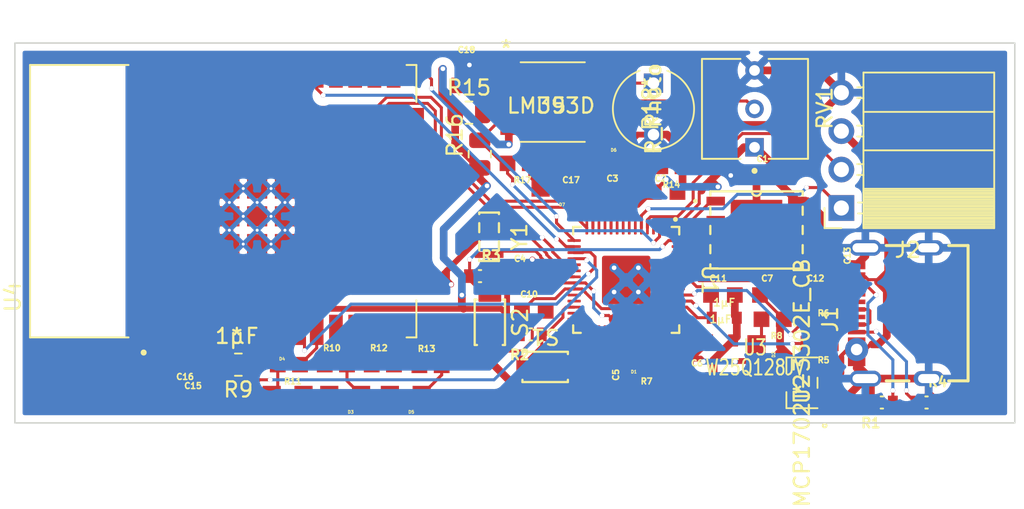
<source format=kicad_pcb>
(kicad_pcb (version 20211014) (generator pcbnew)
  (layers (0 "F.Cu" signal) (31 "B.Cu" signal) (34 "B.Paste" user) (35 "F.Paste" user) (36 "B.SilkS" user "B.Silkscreen") (37 "F.SilkS" user "F.Silkscreen") (38 "B.Mask" user) (39 "F.Mask" user) (44 "Edge.Cuts" user))
  (net 0 "")
  (net 1 "GND")
  (net 2 "+3V3")
  (net 3 "Net-(C10-Pad1)")
  (net 4 "/VBUS")
  (net 5 "/GPIO15")
  (net 6 "/Light_Sensing/AO")
  (net 7 "Net-(D1-Pad2)")
  (net 8 "Net-(D2-Pad2)")
  (net 9 "Net-(D3-Pad2)")
  (net 10 "Net-(D4-Pad2)")
  (net 11 "Net-(D5-Pad2)")
  (net 12 "Net-(D6-Pad1)")
  (net 13 "Net-(D7-Pad1)")
  (net 14 "Net-(J1-PadA5)")
  (net 15 "Net-(J1-PadA6)")
  (net 16 "Net-(J1-PadA7)")
  (net 18 "Net-(J1-PadB5)")
  (net 20 "/GPIO3")
  (net 21 "/GPIO2")
  (net 22 "/RUN")
  (net 23 "/BOOT")
  (net 24 "Net-(R5-Pad2)")
  (net 25 "Net-(R6-Pad2)")
  (net 26 "/GPIO25")
  (net 27 "+3.3V")
  (net 28 "/WiFi_Module/RED")
  (net 29 "/WiFi_Module/GREEN")
  (net 30 "/WiFi_Module/BLUE")
  (net 31 "/GPIO0")
  (net 32 "Net-(RV1-Pad2)")
  (net 33 "/GPIO1")
  (net 34 "/GPIO4")
  (net 35 "/GPIO5")
  (net 36 "/GPIO6")
  (net 37 "/GPIO7")
  (net 38 "/GPIO8")
  (net 39 "/GPIO9")
  (net 40 "/GPIO10")
  (net 41 "/GPIO11")
  (net 42 "/GPIO12")
  (net 43 "/GPIO13")
  (net 44 "/GPIO14")
  (net 45 "Net-(U1-Pad20)")
  (net 46 "Net-(U1-Pad21)")
  (net 47 "/SWCLK")
  (net 48 "/SWDIO")
  (net 49 "/GPIO16")
  (net 50 "/GPIO17")
  (net 51 "/GPIO18")
  (net 52 "/GPIO19")
  (net 53 "/GPIO20")
  (net 54 "/GPIO21")
  (net 55 "/GPIO22")
  (net 56 "/GPIO23")
  (net 57 "/GPIO24")
  (net 58 "/GPIO26")
  (net 59 "/GPIO27")
  (net 60 "/GPIO28")
  (net 61 "/GPIO29")
  (net 62 "Net-(U1-Pad51)")
  (net 63 "Net-(U1-Pad52)")
  (net 64 "Net-(U1-Pad53)")
  (net 65 "Net-(U1-Pad54)")
  (net 66 "Net-(U1-Pad55)")
  (footprint "Final_project:CL10B104JB8NNNC" (layer "F.Cu") (at 140.1 73.5)
    (fp_text reference "C1")
    (fp_text value "0.1µF")
  )
  (footprint "Final_project:CL10B104JB8NNNC" (layer "F.Cu") (at 130.216 74.6)
    (fp_text reference "C3")
    (fp_text value "0.1µF")
  )
  (footprint "Final_project:LM393D" (layer "F.Cu") (at 125.95 68.65)
    (fp_text reference "U5")
    (fp_text value "LM393D")
  )
  (footprint "Final_project:CL10B104JB8NNNC" (layer "F.Cu") (at 137.184 81.4)
    (fp_text reference "C11")
    (fp_text value "0.1µF")
  )
  (footprint "Final_project:CL10B104JB8NNNC" (layer "F.Cu") (at 124.7 82.45)
    (fp_text reference "C10")
    (fp_text value "0.1µF")
  )
  (footprint "Final_project:GRM188R61E106KA73D" (layer "F.Cu") (at 101.941 87.9)
    (fp_text reference "C16")
    (fp_text value "10µF")
  )
  (footprint "Final_project:MIC_WSON-8-M" (layer "F.Cu") (at 139.4 77.1)
    (fp_text reference "U3")
    (fp_text value "W25Q128JV")
  )
  (footprint "Final_project:TRIM_T73YU103KT20" (layer "F.Cu") (at 139 69.1 90)
    (fp_text reference "RV1")
    (fp_text value "LDR")
  )
  (footprint "Final_project:RC0603FR-071KL" (layer "F.Cu") (at 108.535 86 180)
    (fp_text reference "R11")
    (fp_text value "1K")
  )
  (footprint "Final_project:RC0603FR-071KL" (layer "F.Cu") (at 143.565 83 180)
    (fp_text reference "R6")
    (fp_text value "27Ω")
  )
  (footprint "Final_project:CL10B105KA8NNNC" (layer "F.Cu") (at 105.1 87.9)
    (fp_text reference "C14" hide)
    (fp_text value "1µF")
  )
  (footprint "Final_project:RC0603FR-071KL" (layer "F.Cu") (at 140.465 83 180)
    (fp_text reference "R8")
    (fp_text value "1K")
  )
  (footprint "Final_project:RC0603FR-071KL" (layer "F.Cu") (at 111.635 86)
    (fp_text reference "R10")
    (fp_text value "1K")
  )
  (footprint "Final_project:RES_ERJ3EKF5101V" (layer "F.Cu") (at 121.15 80.15)
    (fp_text reference "R3")
    (fp_text value "5.1K")
  )
  (footprint "Final_project:RC0603FR-071KL" (layer "F.Cu") (at 131.885 86 180)
    (fp_text reference "R7")
    (fp_text value "1K")
  )
  (footprint "Final_project:LTST-C170TGKT" (layer "F.Cu") (at 139.4 85.7 -90)
    (fp_text reference "D2")
    (fp_text value "PWR")
  )
  (footprint "Final_project:LTST-C170TGKT" (layer "F.Cu") (at 126.2 74.3 180)
    (fp_text reference "D7")
    (fp_text value "SWITCH")
  )
  (footprint "Final_project:CL10B104JB8NNNC" (layer "F.Cu") (at 124.1 80.1)
    (fp_text reference "C4")
    (fp_text value "0.1µF")
  )
  (footprint "Final_project:RC0603FR-071KL" (layer "F.Cu") (at 114.735 86)
    (fp_text reference "R12")
    (fp_text value "1K")
  )
  (footprint "Final_project:CSTNE" (layer "F.Cu") (at 121.75 77.55 90)
    (fp_text reference "Y1")
    (fp_text value "12MHz")
  )
  (footprint "Final_project:GRM188R61E106KA73D" (layer "F.Cu") (at 144.3 79.059 -90)
    (fp_text reference "C13")
    (fp_text value "10µF")
  )
  (footprint "Final_project:CL10B104JB8NNNC" (layer "F.Cu") (at 126.851 72.7 180)
    (fp_text reference "C17")
    (fp_text value "0.1µF")
  )
  (footprint "Final_project:USB4105-GF-A" (layer "F.Cu") (at 150.765 82.6 90)
    (fp_text reference "J1")
    (fp_text value "USB4105-GF-A")
  )
  (footprint "Final_project:CL10B105KA8NNNC" (layer "F.Cu") (at 137.0278 84.4)
    (fp_text reference "C8" hide)
    (fp_text value "1µF")
  )
  (footprint "Final_project:KXT321LHS" (layer "F.Cu") (at 121.8 83.2 90)
    (fp_text reference "S2")
    (fp_text value "BOOT")
  )
  (footprint "Final_project:RES_ERJ3EKF5101V" (layer "F.Cu") (at 150.625 88.5)
    (fp_text reference "R4")
    (fp_text value "5.1K")
  )
  (footprint "Final_project:KXT321LHS" (layer "F.Cu") (at 125.45 86.15 180)
    (fp_text reference "S1")
    (fp_text value "RST")
  )
  (footprint "Final_project:RES_ERJ3EKF5101V" (layer "F.Cu") (at 147.675 88.5 180)
    (fp_text reference "R1")
    (fp_text value "5.1K")
  )
  (footprint "Final_project:RC0603FR-071KL" (layer "F.Cu") (at 117.885 86.05)
    (fp_text reference "R13")
    (fp_text value "1K")
  )
  (footprint "Final_project:MODULE_ESP32-WROOM-32" (layer "F.Cu") (at 104.2 75.2 90)
    (fp_text reference "U4")
    (fp_text value "ESP32-WROOM-32")
  )
  (footprint "Final_project:LTST-C170TGKT" (layer "F.Cu") (at 130.335 72.95)
    (fp_text reference "D6")
    (fp_text value "PWR")
  )
  (footprint "Resistor_SMD:R_0805_2012Metric" (layer "F.Cu") (at 121.135 72.0875 90)
    (fp_text reference "R16")
    (fp_text value "10K")
  )
  (footprint "Resistor_SMD:R_0805_2012Metric" (layer "F.Cu") (at 105.2 86 180)
    (fp_text reference "R9")
    (fp_text value "10K R")
  )
  (footprint "Final_project:RC0603FR-071KL" (layer "F.Cu") (at 143.565 84.6 180)
    (fp_text reference "R5")
    (fp_text value "27Ω")
  )
  (footprint "Final_project:CL10B104JB8NNNC" (layer "F.Cu") (at 120.566 67.55)
    (fp_text reference "C18")
    (fp_text value "0.1µF")
  )
  (footprint "Final_project:GRM188R61E106KA73D" (layer "F.Cu") (at 143.559 81.4)
    (fp_text reference "C12")
    (fp_text value "10µF")
  )
  (footprint "Final_project:MCP1702T-3302E&slash_CB" (layer "F.Cu") (at 142.4 87.2 90)
    (fp_text reference "U2")
    (fp_text value "MCP1702T-3302E_CB")
  )
  (footprint "Final_project:RC0603FR-071KL" (layer "F.Cu") (at 123.7 72.7 180)
    (fp_text reference "R17")
    (fp_text value "1K")
  )
  (footprint "Final_project:CL10B104JB8NNNC" (layer "F.Cu") (at 101.9 86.3 180)
    (fp_text reference "C15")
    (fp_text value "0.1µF")
  )
  (footprint "Final_project:CL10B105KA8NNNC" (layer "F.Cu") (at 137.2722 82.9)
    (fp_text reference "C9" hide)
    (fp_text value "1µF")
  )
  (footprint "Final_project:CL10B104JB8NNNC" (layer "F.Cu") (at 135.784 87)
    (fp_text reference "C6")
    (fp_text value "0.1µF")
  )
  (footprint "Final_project:02-LDR4" (layer "F.Cu") (at 132.6 67.4 -90)
    (fp_text reference "R18")
    (fp_text value "R_Photo")
  )
  (footprint "Final_project:CL10B104JB8NNNC" (layer "F.Cu") (at 129.02 86.984 -90)
    (fp_text reference "C5")
    (fp_text value "0.1µF")
  )
  (footprint "Final_project:CL10B104JB8NNNC" (layer "F.Cu") (at 140.416 81.4)
    (fp_text reference "C7")
    (fp_text value "0.1µF")
  )
  (footprint "Final_project:LTST-C170TBKT" (layer "F.Cu") (at 108.45 88)
    (fp_text reference "D4")
    (fp_text value "LED")
  )
  (footprint "Connector_PinSocket_2.54mm:PinSocket_1x04_P2.54mm_Horizontal" (layer "F.Cu") (at 145 75.65 180)
    (fp_text reference "J2")
    (fp_text value "Conn_01x04")
  )
  (footprint "Final_project:LTST-C170TBKT" (layer "F.Cu") (at 112.25 88 180)
    (fp_text reference "D3")
    (fp_text value "LED")
  )
  (footprint "Resistor_SMD:R_0805_2012Metric" (layer "F.Cu") (at 120.4225 69.35)
    (fp_text reference "R15")
    (fp_text value "10K")
  )
  (footprint "Final_project:LTST-C170TBKT" (layer "F.Cu") (at 116.25 88 180)
    (fp_text reference "D5")
    (fp_text value "LED")
  )
  (footprint "Final_project:RC0603FR-071KL" (layer "F.Cu") (at 133.785 72.9)
    (fp_text reference "R14")
    (fp_text value "1K")
  )
  (footprint "Final_project:RES_ERJ3EKF5101V" (layer "F.Cu") (at 124.5 84 180)
    (fp_text reference "R2")
    (fp_text value "5.1K")
  )
  (footprint "Final_project:CL10B104JB8NNNC" (layer "F.Cu") (at 133.4 74.6)
    (fp_text reference "C2")
    (fp_text value "0.1µF")
  )
  (footprint "Final_project:LTST-C170TBKT" (layer "F.Cu") (at 131.67 87.6)
    (fp_text reference "D1")
    (fp_text value "LED")
  )
  (footprint "Final_project:RP2040" (layer "F.Cu") (at 130.8 80.4 -90)
    (fp_text reference "U1")
    (fp_text value "RP2040")
  )
  (gr_poly (pts (xy 156.45 89.85) (xy 90.45 89.85) (xy 90.45 64.75) (xy 156.45 64.75)) (layer "Edge.Cuts") (width 0.1) (fill none))
  (segment (start 101.116 86.3) (end 100.452 86.3) (width 0.508) (layer "F.Cu") (net 1))
  (segment (start 139.4 73.584) (end 139.316 73.5) (width 0.508) (layer "F.Cu") (net 1))
  (segment (start 131.666 88.654) (end 132.72 87.6) (width 0.508) (layer "F.Cu") (net 1))
  (segment (start 121.8 85.759835) (end 121.8 84.825) (width 0.508) (layer "F.Cu") (net 1))
  (segment (start 98.94 66.7) (end 98.94 68.7) (width 0.508) (layer "F.Cu") (net 1))
  (segment (start 137.968 82.768) (end 138.1 82.9) (width 0.508) (layer "F.Cu") (net 1))
  (segment (start 137.495 79.005) (end 136.7076 79.005) (width 0.508) (layer "F.Cu") (net 1))
  (segment (start 146.585 78.28) (end 146.585 78.825) (width 0.508) (layer "F.Cu") (net 1))
  (segment (start 134.52 72.9) (end 134.52 74.264) (width 0.508) (layer "F.Cu") (net 1))
  (segment (start 136.668 86.9) (end 136.568 87) (width 0.508) (layer "F.Cu") (net 1))
  (segment (start 127.3625 79.4) (end 126.8 79.4) (width 0.2) (layer "F.Cu") (net 1))
  (segment (start 123.394165 87.354) (end 121.8 85.759835) (width 0.508) (layer "F.Cu") (net 1))
  (segment (start 108.446 89.054) (end 109.5 88) (width 0.508) (layer "F.Cu") (net 1))
  (segment (start 134.52 74.264) (end 134.184 74.6) (width 0.508) (layer "F.Cu") (net 1))
  (segment (start 130.07865 71.9595) (end 128.67415 70.555) (width 0.381) (layer "F.Cu") (net 1))
  (segment (start 125.9 86.15) (end 124.696 87.354) (width 0.508) (layer "F.Cu") (net 1))
  (segment (start 136.568 87) (end 136.568 85.6876) (width 0.508) (layer "F.Cu") (net 1))
  (segment (start 116.45 80.915) (end 117.831 80.915) (width 0.381) (layer "F.Cu") (net 1))
  (segment (start 150.765 86.92) (end 150.765 87.915) (width 0.508) (layer "F.Cu") (net 1))
  (segment (start 137.257 70.163) (end 142.867 70.163) (width 0.508) (layer "F.Cu") (net 1))
  (segment (start 98.94 68.7) (end 104.605 74.365) (width 0.508) (layer "F.Cu") (net 1))
  (segment (start 144.056261 79.9) (end 142.8 81.156261) (width 0.508) (layer "F.Cu") (net 1))
  (segment (start 102.136 88.864) (end 100.228 88.864) (width 0.508) (layer "F.Cu") (net 1))
  (segment (start 118.973 79.773) (end 121.196 77.55) (width 0.381) (layer "F.Cu") (net 1))
  (segment (start 104.605 76.2) (end 104.605 77.1175) (width 0.508) (layer "F.Cu") (net 1))
  (segment (start 125.95 78.55) (end 125.95 78.3) (width 0.2) (layer "F.Cu") (net 1))
  (segment (start 102.7 87.9) (end 102.7 88.3) (width 0.508) (layer "F.Cu") (net 1))
  (segment (start 143.5952 88.150001) (end 145.354999 88.150001) (width 0.508) (layer "F.Cu") (net 1))
  (segment (start 124.6 84.45) (end 124.6 83.334) (width 0.2) (layer "F.Cu") (net 1))
  (segment (start 129.02 87.768) (end 128.693 87.768) (width 0.508) (layer "F.Cu") (net 1))
  (segment (start 144.3 79.9) (end 144.056261 79.9) (width 0.508) (layer "F.Cu") (net 1))
  (segment (start 135.974 87.964) (end 136.568 87.37) (width 0.508) (layer "F.Cu") (net 1))
  (segment (start 121.196 77.55) (end 121.75 77.55) (width 0.381) (layer "F.Cu") (net 1))
  (segment (start 108.275 74.365) (end 108.275 75.2825) (width 0.508) (layer "F.Cu") (net 1))
  (segment (start 142.8 81.156261) (end 142.8 81.4) (width 0.508) (layer "F.Cu") (net 1))
  (segment (start 139.316 73.5) (end 137.7 73.5) (width 0.508) (layer "F.Cu") (net 1))
  (segment (start 100.228 87.188) (end 101.116 86.3) (width 0.508) (layer "F.Cu") (net 1))
  (segment (start 146.585 86.92) (end 150.765 86.92) (width 0.508) (layer "F.Cu") (net 1))
  (segment (start 139.4 77.1) (end 139.4 73.584) (width 0.508) (layer "F.Cu") (net 1))
  (segment (start 142.8 81.4) (end 141.2 81.4) (width 0.508) (layer "F.Cu") (net 1))
  (segment (start 104.605 77.1175) (end 104.605 78.035) (width 0.508) (layer "F.Cu") (net 1))
  (segment (start 144.3 79.818) (end 144.3 79.9) (width 0.508) (layer "F.Cu") (net 1))
  (segment (start 130.3945 71.9595) (end 130.07865 71.9595) (width 0.381) (layer "F.Cu") (net 1))
  (segment (start 125.95 78.3) (end 125.25 77.6) (width 0.2) (layer "F.Cu") (net 1))
  (segment (start 117.831 80.915) (end 118.973 79.773) (width 0.381) (layer "F.Cu") (net 1))
  (segment (start 104.2722 87.9) (end 105.4262 89.054) (width 0.508) (layer "F.Cu") (net 1))
  (segment (start 111.2 88) (end 112.254 89.054) (width 0.508) (layer "F.Cu") (net 1))
  (segment (start 129.02 88.108) (end 129.566 88.654) (width 0.508) (layer "F.Cu") (net 1))
  (segment (start 132.6 70.800001) (end 133.498025 70.800001) (width 0.508) (layer "F.Cu") (net 1))
  (segment (start 103.517 78.035) (end 104.605 78.035) (width 0.508) (layer "F.Cu") (net 1))
  (segment (start 139.4 77.1) (end 137.495 79.005) (width 0.508) (layer "F.Cu") (net 1))
  (segment (start 112.254 89.054) (end 114.146 89.054) (width 0.508) (layer "F.Cu") (net 1))
  (segment (start 145.354999 88.150001) (end 146.585 86.92) (width 0.508) (layer "F.Cu") (net 1))
  (segment (start 146.585 78.825) (end 146.01 79.4) (width 0.508) (layer "F.Cu") (net 1))
  (segment (start 136.568 87.37) (end 136.568 87) (width 0.508) (layer "F.Cu") (net 1))
  (segment (start 108.275 77.1175) (end 108.275 76.2) (width 0.508) (layer "F.Cu") (net 1))
  (segment (start 119.782 66.868) (end 120.45 66.2) (width 0.508) (layer "F.Cu") (net 1))
  (segment (start 128.67415 70.555) (end 127.635 71.59415) (width 0.508) (layer "F.Cu") (net 1))
  (segment (start 104.605 74.365) (end 104.605 76.2) (width 0.508) (layer "F.Cu") (net 1))
  (segment (start 150.765 87.915) (end 151.35 88.5) (width 0.508) (layer "F.Cu") (net 1))
  (segment (start 146.585 86.585) (end 146.216 86.216) (width 0.508) (layer "F.Cu") (net 1))
  (segment (start 118.973 79.773) (end 118.973 80.423) (width 0.381) (layer "F.Cu") (net 1))
  (segment (start 106.44 78.035) (end 108.275 78.035) (width 0.508) (layer "F.Cu") (net 1))
  (segment (start 140.050001 88.150001) (end 143.5952 88.150001) (width 0.508) (layer "F.Cu") (net 1))
  (segment (start 138.1 82.9) (end 138.1 84.1556) (width 0.508) (layer "F.Cu") (net 1))
  (segment (start 142.867 70.163) (end 145 68.03) (width 0.508) (layer "F.Cu") (net 1))
  (segment (start 119.782 67.55) (end 119.782 66.868) (width 0.508) (layer "F.Cu") (net 1))
  (segment (start 102.7 88.3) (end 102.136 88.864) (width 0.508) (layer "F.Cu") (net 1))
  (segment (start 128.693 87.768) (end 127.075 86.15) (width 0.508) (layer "F.Cu") (net 1))
  (segment (start 130.3945 73.9945) (end 130.3945 71.9595) (width 0.381) (layer "F.Cu") (net 1))
  (segment (start 124.6 83.334) (end 125.484 82.45) (width 0.2) (layer "F.Cu") (net 1))
  (segment (start 139.4 87.5) (end 140.050001 88.150001) (width 0.508) (layer "F.Cu") (net 1))
  (segment (start 139.4 86.75) (end 139.4 87.5) (width 0.508) (layer "F.Cu") (net 1))
  (segment (start 130.3945 71.9595) (end 131.553999 70.800001) (width 0.381) (layer "F.Cu") (net 1))
  (segment (start 146.585 86.92) (end 146.585 86.585) (width 0.508) (layer "F.Cu") (net 1))
  (segment (start 146.95 87.285) (end 146.585 86.92) (width 0.508) (layer "F.Cu") (net 1))
  (segment (start 98.94 83.7) (end 98.94 82.612) (width 0.508) (layer "F.Cu") (net 1))
  (segment (start 137.968 81.4) (end 137.968 82.768) (width 0.508) (layer "F.Cu") (net 1))
  (segment (start 143.53 66.56) (end 145 68.03) (width 0.508) (layer "F.Cu") (net 1))
  (segment (start 146.95 88.5) (end 146.95 87.285) (width 0.508) (layer "F.Cu") (net 1))
  (segment (start 121.8 84.825) (end 122.075 85.1) (width 0.2) (layer "F.Cu") (net 1))
  (segment (start 134.52 71.821976) (end 134.52 72.9) (width 0.508) (layer "F.Cu") (net 1))
  (segment (start 139.25 86.9) (end 136.668 86.9) (width 0.508) (layer "F.Cu") (net 1))
  (segment (start 139.4 86.75) (end 139.25 86.9) (width 0.508) (layer "F.Cu") (net 1))
  (segment (start 124.6 79.05) (end 124.884 79.334) (width 0.381) (layer "F.Cu") (net 1))
  (segment (start 124.884 79.334) (end 124.884 80.1) (width 0.381) (layer "F.Cu") (net 1))
  (segment (start 104.2722 87.9) (end 102.7 87.9) (width 0.508) (layer "F.Cu") (net 1))
  (segment (start 129.566 88.654) (end 131.666 88.654) (width 0.508) (layer "F.Cu") (net 1))
  (segment (start 133.498025 70.800001) (end 134.52 71.821976) (width 0.508) (layer "F.Cu") (net 1))
  (segment (start 100.228 88.864) (end 100.228 87.188) (width 0.508) (layer "F.Cu") (net 1))
  (segment (start 132.72 87.6) (end 133.084 87.964) (width 0.508) (layer "F.Cu") (net 1))
  (segment (start 122.075 85.1) (end 123.95 85.1) (width 0.2) (layer "F.Cu") (net 1))
  (segment (start 98.94 82.612) (end 103.517 78.035) (width 0.508) (layer "F.Cu") (net 1))
  (segment (start 129.02 87.768) (end 129.02 88.108) (width 0.508) (layer "F.Cu") (net 1))
  (segment (start 106.44 76.2) (end 105.5225 76.2) (width 0.508) (layer "F.Cu") (net 1))
  (segment (start 131 74.6) (end 130.3945 73.9945) (width 0.381) (layer "F.Cu") (net 1))
  (segment (start 118.973 80.423) (end 119.25 80.7) (width 0.381) (layer "F.Cu") (net 1))
  (segment (start 144.718 79.4) (end 144.3 79.818) (width 0.508) (layer "F.Cu") (net 1))
  (segment (start 127.635 71.59415) (end 127.635 72.7) (width 0.508) (layer "F.Cu") (net 1))
  (segment (start 146.01 79.4) (end 144.718 79.4) (width 0.508) (layer "F.Cu") (net 1))
  (segment (start 146.216 86.216) (end 146.01 86.216) (width 0.508) (layer "F.Cu") (net 1))
  (segment (start 98.94 84.788) (end 98.94 83.7) (width 0.508) (layer "F.Cu") (net 1))
  (segment (start 131.553999 70.800001) (end 132.6 70.800001) (width 0.381) (layer "F.Cu") (net 1))
  (segment (start 136.568 85.6876) (end 137.8556 84.4) (width 0.508) (layer "F.Cu") (net 1))
  (segment (start 133.084 87.964) (end 135.974 87.964) (width 0.508) (layer "F.Cu") (net 1))
  (segment (start 123.95 85.1) (end 124.6 84.45) (width 0.2) (layer "F.Cu") (net 1))
  (segment (start 109.5 88) (end 111.2 88) (width 0.508) (layer "F.Cu") (net 1))
  (segment (start 134.52 72.9) (end 137.257 70.163) (width 0.508) (layer "F.Cu") (net 1))
  (segment (start 139.27 66.56) (end 143.53 66.56) (width 0.508) (layer "F.Cu") (net 1))
  (segment (start 114.146 89.054) (end 115.2 88) (width 0.508) (layer "F.Cu") (net 1))
  (segment (start 100.452 86.3) (end 98.94 84.788) (width 0.508) (layer "F.Cu") (net 1))
  (segment (start 124.696 87.354) (end 123.394165 87.354) (width 0.508) (layer "F.Cu") (net 1))
  (segment (start 138.1 84.1556) (end 137.8556 84.4) (width 0.508) (layer "F.Cu") (net 1))
  (segment (start 127.075 86.15) (end 125.9 86.15) (width 0.508) (layer "F.Cu") (net 1))
  (segment (start 105.4262 89.054) (end 108.446 89.054) (width 0.508) (layer "F.Cu") (net 1))
  (segment (start 126.8 79.4) (end 125.95 78.55) (width 0.2) (layer "F.Cu") (net 1))
  (segment (start 105.5225 74.365) (end 104.605 74.365) (width 0.508) (layer "F.Cu") (net 1))
  (via (at 137.7 73.5) (size 0.3048) (drill 0.4) (layers "F.Cu" "B.Cu") (net 1))
  (via (at 120.45 66.2) (size 0.3048) (drill 0.4) (layers "F.Cu" "B.Cu") (net 1))
  (via (at 119.25 80.7) (size 0.3048) (drill 0.4) (layers "F.Cu" "B.Cu") (net 1))
  (via (at 125.25 77.6) (size 0.3048) (drill 0.4) (layers "F.Cu" "B.Cu") (net 1))
  (via (at 124.6 79.05) (size 0.3048) (drill 0.4) (layers "F.Cu" "B.Cu") (net 1))
  (segment (start 140.9559 84.802633) (end 140.9559 83.2441) (width 0.508) (layer "F.Cu") (net 2))
  (segment (start 141 84.8) (end 141 85.031) (width 0.381) (layer "F.Cu") (net 2))
  (segment (start 121.135 73) (end 119.51 71.375) (width 0.508) (layer "F.Cu") (net 2))
  (segment (start 123.266 80.15) (end 121.875 80.15) (width 0.508) (layer "F.Cu") (net 2))
  (segment (start 135.7 85.6) (end 135 85.6) (width 0.381) (layer "F.Cu") (net 2))
  (segment (start 141 85.031) (end 140.2715 85.7595) (width 0.381) (layer "F.Cu") (net 2))
  (segment (start 139.34 71.64) (end 139.27 71.64) (width 0.508) (layer "F.Cu") (net 2))
  (segment (start 132.616 74.593896) (end 133.447994 73.761902) (width 0.254) (layer "F.Cu") (net 2))
  (segment (start 123.775 84) (end 123.5 84) (width 0.381) (layer "F.Cu") (net 2))
  (segment (start 135.9 85.8) (end 135.7 85.6) (width 0.381) (layer "F.Cu") (net 2))
  (segment (start 129.953622 76.1) (end 129.8 76.1) (width 0.508) (layer "F.Cu") (net 2))
  (segment (start 101.182 87.9) (end 101.182 87.8185) (width 0.381) (layer "F.Cu") (net 2))
  (segment (start 134.017186 76.9625) (end 135.62 75.359686) (width 0.2) (layer "F.Cu") (net 2))
  (segment (start 127.3625 80.6) (end 126.4 80.6) (width 0.2) (layer "F.Cu") (net 2))
  (segment (start 118.654 66.496) (end 118.7 66.45) (width 0.508) (layer "F.Cu") (net 2))
  (segment (start 122.5535 82.3095) (end 120.0595 82.3095) (width 0.381) (layer "F.Cu") (net 2))
  (segment (start 126.067 72.7) (end 126.067 72.644) (width 0.508) (layer "F.Cu") (net 2))
  (segment (start 140.884 73.184) (end 139.34 71.64) (width 0.508) (layer "F.Cu") (net 2))
  (segment (start 128.108546 80.6) (end 128.654273 81.145727) (width 0.2) (layer "F.Cu") (net 2))
  (segment (start 127.55 74.6) (end 129.432 74.6) (width 0.508) (layer "F.Cu") (net 2))
  (segment (start 101.182 87.8185) (end 102.684 86.3165) (width 0.381) (layer "F.Cu") (net 2))
  (segment (start 126.067 72.644) (end 123.978 70.555) (width 0.508) (layer "F.Cu") (net 2))
  (segment (start 134.0625 83.5375) (end 133.7625 83.8375) (width 0.508) (layer "F.Cu") (net 2))
  (segment (start 100.21 83.7) (end 100.21 84.51) (width 0.381) (layer "F.Cu") (net 2))
  (segment (start 123.316 80.1) (end 123.316 80.416) (width 0.381) (layer "F.Cu") (net 2))
  (segment (start 129.432 73.097) (end 129.285 72.95) (width 0.508) (layer "F.Cu") (net 2))
  (segment (start 136.374368 73.824368) (end 135.774 74.424737) (width 0.508) (layer "F.Cu") (net 2))
  (segment (start 140.884 73.9866) (end 142.0924 75.195) (width 0.508) (layer "F.Cu") (net 2))
  (segment (start 123.978 70.555) (end 123.22585 70.555) (width 0.508) (layer "F.Cu") (net 2))
  (segment (start 123.5 84) (end 122.9405 83.4405) (width 0.381) (layer "F.Cu") (net 2))
  (segment (start 135.65 84.95) (end 135 85.6) (width 0.508) (layer "F.Cu") (net 2))
  (segment (start 143.61 76.0649) (end 142.7401 75.195) (width 0.508) (layer "F.Cu") (net 2))
  (segment (start 135.65 84.95) (end 134.2375 83.5375) (width 0.508) (layer "F.Cu") (net 2))
  (segment (start 134.0625 83.5375) (end 133.346 82.821) (width 0.508) (layer "F.Cu") (net 2))
  (segment (start 129.8 85.42) (end 129.8 83.8375) (width 0.2032) (layer "F.Cu") (net 2))
  (segment (start 136.8 74.25) (end 136.85 74.25) (width 0.508) (layer "F.Cu") (net 2))
  (segment (start 122.9405 82.6965) (end 122.5535 82.3095) (width 0.381) (layer "F.Cu") (net 2))
  (segment (start 135 85.6) (end 135 87) (width 0.508) (layer "F.Cu") (net 2))
  (segment (start 130.276811 75.776811) (end 129.953622 76.1) (width 0.508) (layer "F.Cu") (net 2))
  (segment (start 101.806328 85.4) (end 102.684 86.277672) (width 0.381) (layer "F.Cu") (net 2))
  (segment (start 129.8 76.9625) (end 129.8 76.1) (width 0.2) (layer "F.Cu") (net 2))
  (segment (start 134.2375 83.5375) (end 134.0625 83.5375) (width 0.508) (layer "F.Cu") (net 2))
  (segment (start 122.9405 82.6965) (end 122.9405 80.4755) (width 0.381) (layer "F.Cu") (net 2))
  (segment (start 133.4 76.9625) (end 134.017186 76.9625) (width 0.2) (layer "F.Cu") (net 2))
  (segment (start 122.9405 83.4405) (end 122.9405 82.6965) (width 0.381) (layer "F.Cu") (net 2))
  (segment (start 127.3625 80.6) (end 128.108546 80.6) (width 0.2) (layer "F.Cu") (net 2))
  (segment (start 122.9405 80.4755) (end 123.316 80.1) (width 0.381) (layer "F.Cu") (net 2))
  (segment (start 129.432 74.6) (end 129.432 73.097) (width 0.508) (layer "F.Cu") (net 2))
  (segment (start 131.597 75.5) (end 130 75.5) (width 0.254) (layer "F.Cu") (net 2))
  (segment (start 133.346 81.148307) (end 133.694307 80.8) (width 0.508) (layer "F.Cu") (net 2))
  (segment (start 135.62 75.359686) (end 135.62 74.654) (width 0.2) (layer "F.Cu") (net 2))
  (segment (start 142.0924 75.195) (end 142.351685 75.195) (width 0.2) (layer "F.Cu") (net 2))
  (segment (start 143.61 77.61) (end 143.61 76.0649) (width 0.508) (layer "F.Cu") (net 2))
  (segment (start 101.1 85.4) (end 101.806328 85.4) (width 0.381) (layer "F.Cu") (net 2))
  (segment (start 126.4 80.6) (end 126.3 80.7) (width 0.2) (layer "F.Cu") (net 2))
  (segment (start 139.27 71.64) (end 138.558737 71.64) (width 0.508) (layer "F.Cu") (net 2))
  (segment (start 132.497 74.6) (end 131.597 75.5) (width 0.254) (layer "F.Cu") (net 2))
  (segment (start 123.05 70.73085) (end 123.22585 70.555) (width 0.508) (layer "F.Cu") (net 2))
  (segment (start 126.067 72.7) (end 126.067 73.117) (width 0.508) (layer "F.Cu") (net 2))
  (segment (start 123.316 80.416) (end 124.0495 81.1495) (width 0.381) (layer "F.Cu") (net 2))
  (segment (start 140.884 73.5) (end 140.884 73.184) (width 0.508) (layer "F.Cu") (net 2))
  (segment (start 136.2 84.4) (end 135.65 84.95) (width 0.508) (layer "F.Cu") (net 2))
  (segment (start 135.774 74.424737) (end 135.774 74.5) (width 0.508) (layer "F.Cu") (net 2))
  (segment (start 140.884 73.5) (end 140.884 73.9866) (width 0.508) (layer "F.Cu") (net 2))
  (segment (start 119.95 82.2) (end 120.0595 82.3095) (width 0.508) (layer "F.Cu") (net 2))
  (segment (start 119.51 69.35) (end 119.51 69.145841) (width 0.508) (layer "F.Cu") (net 2))
  (segment (start 140.2715 85.7595) (end 138.0405 85.7595) (width 0.381) (layer "F.Cu") (net 2))
  (segment (start 129.432 74.932) (end 129.432 74.6) (width 0.508) (layer "F.Cu") (net 2))
  (segment (start 123.316 80.1) (end 123.266 80.15) (width 0.508) (layer "F.Cu") (net 2))
  (segment (start 129.8 74.968) (end 129.432 74.6) (width 0.2032) (layer "F.Cu") (net 2))
  (segment (start 129.6519 82.7519) (end 129.9 83) (width 0.2) (layer "F.Cu") (net 2))
  (segment (start 144.3 78.3) (end 143.61 77.61) (width 0.508) (layer "F.Cu") (net 2))
  (segment (start 130 75.5) (end 129.432 74.932) (width 0.508) (layer "F.Cu") (net 2))
  (segment (start 129.8 83.1) (end 129.9 83) (width 0.2032) (layer "F.Cu") (net 2))
  (segment (start 133.346 82.821) (end 133.267 82.9) (width 0.508) (layer "F.Cu") (net 2))
  (segment (start 142.7401 75.195) (end 142.0924 75.195) (width 0.508) (layer "F.Cu") (net 2))
  (segment (start 100.21 84.51) (end 101.1 85.4) (width 0.381) (layer "F.Cu") (net 2))
  (segment (start 130 82.9) (end 129.9 83) (width 0.508) (layer "F.Cu") (net 2))
  (segment (start 138.558737 71.64) (end 136.374368 73.824368) (width 0.508) (layer "F.Cu") (net 2))
  (segment (start 127.25 74.3) (end 127.55 74.6) (width 0.508) (layer "F.Cu") (net 2))
  (segment (start 119.51 71.375) (end 119.51 69.35) (width 0.508) (layer "F.Cu") (net 2))
  (segment (start 139.632 81.432) (end 139.632 81.4) (width 0.2032) (layer "F.Cu") (net 2))
  (segment (start 118.654 68.289841) (end 118.654 66.496) (width 0.508) (layer "F.Cu") (net 2))
  (segment (start 100.6395 82.3095) (end 100.21 82.739) (width 0.381) (layer "F.Cu") (net 2))
  (segment (start 126.067 73.117) (end 127.25 74.3) (width 0.508) (layer "F.Cu") (net 2))
  (segment (start 132.616 74.6) (end 132.616 74.593896) (width 0.254) (layer "F.Cu") (net 2))
  (segment (start 136.374368 73.824368) (end 136.8 74.25) (width 0.508) (layer "F.Cu") (net 2))
  (segment (start 133.346 82.821) (end 133.346 81.148307) (width 0.508) (layer "F.Cu") (net 2))
  (segment (start 102.684 86.277672) (end 102.684 86.3) (width 0.381) (layer "F.Cu") (net 2))
  (segment (start 124.0495 81.1495) (end 125.8505 81.1495) (width 0.381) (layer "F.Cu") (net 2))
  (segment (start 138.0405 85.7595) (end 138 85.8) (width 0.381) (layer "F.Cu") (net 2))
  (segment (start 119.95 81.4) (end 119.95 82.2) (width 0.508) (layer "F.Cu") (net 2))
  (segment (start 133.694307 80.8) (end 134.4 80.8) (width 0.508) (layer "F.Cu") (net 2))
  (segment (start 102.684 86.3165) (end 102.684 86.3) (width 0.381) (layer "F.Cu") (net 2))
  (segment (start 133.267 82.9) (end 130 82.9) (width 0.508) (layer "F.Cu") (net 2))
  (segment (start 129.203862 82.7519) (end 129.6519 82.7519) (width 0.2) (layer "F.Cu") (net 2))
  (segment (start 129.8 83.8375) (end 129.8 83.1) (width 0.2032) (layer "F.Cu") (net 2))
  (segment (start 125.8505 81.1495) (end 126.3 80.7) (width 0.381) (layer "F.Cu") (net 2))
  (segment (start 141.2 83) (end 139.632 81.432) (width 0.2032) (layer "F.Cu") (net 2))
  (segment (start 121.135 73) (end 121.135 73.706843) (width 0.508) (layer "F.Cu") (net 2))
  (segment (start 140.9559 83.2441) (end 141.2 83) (width 0.508) (layer "F.Cu") (net 2))
  (segment (start 134.2375 83.5375) (end 134.2375 82.754) (width 0.508) (layer "F.Cu") (net 2))
  (segment (start 143.5952 86.249999) (end 142.403266 86.249999) (width 0.508) (layer "F.Cu") (net 2))
  (segment (start 123.05 71.45) (end 123.05 70.73085) (width 0.508) (layer "F.Cu") (net 2))
  (segment (start 132.616 74.6) (end 132.497 74.6) (width 0.254) (layer "F.Cu") (net 2))
  (segment (start 119.51 69.145841) (end 118.654 68.289841) (width 0.508) (layer "F.Cu") (net 2))
  (segment (start 142.403266 86.249999) (end 140.9559 84.802633) (width 0.508) (layer "F.Cu") (net 2))
  (segment (start 130.276811 75.776811) (end 130 75.5) (width 0.508) (layer "F.Cu") (net 2))
  (segment (start 129.02 86.2) (end 129.8 85.42) (width 0.2032) (layer "F.Cu") (net 2))
  (segment (start 100.21 82.739) (end 100.21 83.7) (width 0.381) (layer "F.Cu") (net 2))
  (segment (start 120.0595 82.3095) (end 100.6395 82.3095) (width 0.381) (layer "F.Cu") (net 2))
  (segment (start 121.135 73.706843) (end 121.614079 74.185922) (width 0.508) (layer "F.Cu") (net 2))
  (segment (start 133.7625 83.8375) (end 133.544 83.8375) (width 0.508) (layer "F.Cu") (net 2))
  (segment (start 135.62 74.654) (end 135.774 74.5) (width 0.2) (layer "F.Cu") (net 2))
  (via (at 128.654273 81.145727) (size 0.3048) (drill 0.4) (layers "F.Cu" "B.Cu") (net 2))
  (via (at 118.7 66.45) (size 0.3048) (drill 0.4) (layers "F.Cu" "B.Cu") (net 2))
  (via (at 138 85.8) (size 0.3048) (drill 0.4) (layers "F.Cu" "B.Cu") (net 2))
  (via (at 121.614079 74.185922) (size 0.3048) (drill 0.4) (layers "F.Cu" "B.Cu") (net 2))
  (via (at 119.95 81.4) (size 0.3048) (drill 0.4) (layers "F.Cu" "B.Cu") (net 2))
  (via (at 136.85 74.25) (size 0.3048) (drill 0.4) (layers "F.Cu" "B.Cu") (net 2))
  (via (at 135.9 85.8) (size 0.3048) (drill 0.4) (layers "F.Cu" "B.Cu") (net 2))
  (via (at 129.203862 82.7519) (size 0.3048) (drill 0.4) (layers "F.Cu" "B.Cu") (net 2))
  (via (at 133.447994 73.761902) (size 0.3048) (drill 0.4) (layers "F.Cu" "B.Cu") (net 2))
  (via (at 123.05 71.45) (size 0.3048) (drill 0.4) (layers "F.Cu" "B.Cu") (net 2))
  (segment (start 121.614079 74.185922) (end 118.752196 77.047805) (width 0.508) (layer "B.Cu") (net 2))
  (segment (start 129 82.6) (end 129.1519 82.7519) (width 0.2) (layer "B.Cu") (net 2))
  (segment (start 118.7 66.45) (end 118.7 67.816526) (width 0.508) (layer "B.Cu") (net 2))
  (segment (start 133.936092 74.25) (end 133.447994 73.761902) (width 0.508) (layer "B.Cu") (net 2))
  (segment (start 119.954 81.396) (end 119.95 81.4) (width 0.508) (layer "B.Cu") (net 2))
  (segment (start 118.7 67.816526) (end 121.916737 71.033263) (width 0.508) (layer "B.Cu") (net 2))
  (segment (start 118.752196 77.047805) (end 118.752196 78.952196) (width 0.508) (layer "B.Cu") (net 2))
  (segment (start 119.954 80.154) (end 119.954 81.396) (width 0.508) (layer "B.Cu") (net 2))
  (segment (start 129.1519 82.7519) (end 129.203862 82.7519) (width 0.2) (layer "B.Cu") (net 2))
  (segment (start 121.916737 71.033263) (end 122.333474 71.45) (width 0.508) (layer "B.Cu") (net 2))
  (segment (start 118.752196 78.952196) (end 119.954 80.154) (width 0.508) (layer "B.Cu") (net 2))
  (segment (start 122.333474 71.45) (end 123.05 71.45) (width 0.508) (layer "B.Cu") (net 2))
  (segment (start 128.654273 81.145727) (end 128.654273 82.254273) (width 0.2) (layer "B.Cu") (net 2))
  (segment (start 138 85.8) (end 135.9 85.8) (width 0.381) (layer "B.Cu") (net 2))
  (segment (start 136.85 74.25) (end 133.936092 74.25) (width 0.508) (layer "B.Cu") (net 2))
  (segment (start 128.654273 82.254273) (end 129 82.6) (width 0.2) (layer "B.Cu") (net 2))
  (segment (start 132.792 81.954) (end 132.446 82.3) (width 0.2) (layer "F.Cu") (net 3))
  (segment (start 132.446 82.3) (end 129.169462 82.3) (width 0.2) (layer "F.Cu") (net 3))
  (segment (start 135.5 82.9) (end 136.4444 82.9) (width 0.2) (layer "F.Cu") (net 3))
  (segment (start 133.510833 80.2) (end 132.792 80.918833) (width 0.2) (layer "F.Cu") (net 3))
  (segment (start 134.4 80.2) (end 133.510833 80.2) (width 0.2) (layer "F.Cu") (net 3))
  (segment (start 134.4 80.2) (end 134.802943 80.2) (width 0.2) (layer "F.Cu") (net 3))
  (segment (start 129.169462 82.3) (end 128.1 81.230538) (width 0.2) (layer "F.Cu") (net 3))
  (segment (start 134.2375 82.2) (end 134.8 82.2) (width 0.2) (layer "F.Cu") (net 3))
  (segment (start 126.76 81) (end 127.3625 81) (width 0.2) (layer "F.Cu") (net 3))
  (segment (start 128.1 81.212096) (end 127.887904 81) (width 0.2) (layer "F.Cu") (net 3))
  (segment (start 134.802943 80.2) (end 135.454044 80.8511) (width 0.2) (layer "F.Cu") (net 3))
  (segment (start 136.4 82.8556) (end 136.4444 82.9) (width 0.2) (layer "F.Cu") (net 3))
  (segment (start 128.1 81.230538) (end 128.1 81.212096) (width 0.2) (layer "F.Cu") (net 3))
  (segment (start 135.454044 80.8511) (end 135.8511 80.8511) (width 0.2) (layer "F.Cu") (net 3))
  (segment (start 123.916 82.45) (end 124.726 81.64) (width 0.2) (layer "F.Cu") (net 3))
  (segment (start 127.887904 81) (end 127.3625 81) (width 0.2) (layer "F.Cu") (net 3))
  (segment (start 134.8 82.2) (end 135.5 82.9) (width 0.2) (layer "F.Cu") (net 3))
  (segment (start 136.4 81.4) (end 136.4 82.8556) (width 0.2) (layer "F.Cu") (net 3))
  (segment (start 126.12 81.64) (end 126.76 81) (width 0.2) (layer "F.Cu") (net 3))
  (segment (start 124.726 81.64) (end 126.12 81.64) (width 0.2) (layer "F.Cu") (net 3))
  (segment (start 135.8511 80.8511) (end 136.4 81.4) (width 0.2) (layer "F.Cu") (net 3))
  (segment (start 134.2375 80.2) (end 134.4 80.2) (width 0.2) (layer "F.Cu") (net 3))
  (segment (start 132.792 80.918833) (end 132.792 81.954) (width 0.2) (layer "F.Cu") (net 3))
  (segment (start 147.439001 84.660999) (end 147.039 84.660999) (width 0.508) (layer "F.Cu") (net 4))
  (segment (start 145.4 85) (end 146.01 85) (width 0.254) (layer "F.Cu") (net 4))
  (segment (start 148 81.110617) (end 148 84.1) (width 0.508) (layer "F.Cu") (net 4))
  (segment (start 146.01 85) (end 146.58222 85) (width 0.254) (layer "F.Cu") (net 4))
  (segment (start 147.386601 80.386601) (end 147.5 80.5) (width 0.2032) (layer "F.Cu") (net 4))
  (segment (start 147.428384 80.539001) (end 148 81.110617) (width 0.508) (layer "F.Cu") (net 4))
  (segment (start 145 70.57) (end 148.089 73.659) (width 0.508) (layer "F.Cu") (net 4))
  (segment (start 146.58222 85) (end 146.921221 84.660999) (width 0.254) (layer "F.Cu") (net 4))
  (segment (start 144.356499 87.2) (end 141.2048 87.2) (width 0.381) (layer "F.Cu") (net 4))
  (segment (start 145 85.5) (end 145 86.556499) (width 0.381) (layer "F.Cu") (net 4))
  (segment (start 146.921221 84.660999) (end 147.039 84.660999) (width 0.254) (layer "F.Cu") (net 4))
  (segment (start 145 85.5) (end 145 85.4) (width 0.254) (layer "F.Cu") (net 4))
  (segment (start 146.01 80.2) (end 146.5866 80.2) (width 0.2032) (layer "F.Cu") (net 4))
  (segment (start 146.773201 80.386601) (end 147.386601 80.386601) (width 0.2032) (layer "F.Cu") (net 4))
  (segment (start 145 85.4) (end 145.4 85) (width 0.254) (layer "F.Cu") (net 4))
  (segment (start 146.5866 80.2) (end 146.773201 80.386601) (width 0.2032) (layer "F.Cu") (net 4))
  (segment (start 148.089 79.878385) (end 147.428384 80.539001) (width 0.508) (layer "F.Cu") (net 4))
  (segment (start 144.318 81.282) (end 144.318 81.4) (width 0.2032) (layer "F.Cu") (net 4))
  (segment (start 148.089 73.659) (end 148.089 79.878385) (width 0.508) (layer "F.Cu") (net 4))
  (segment (start 145 86.556499) (end 144.356499 87.2) (width 0.381) (layer "F.Cu") (net 4))
  (segment (start 148 84.1) (end 147.439001 84.660999) (width 0.508) (layer "F.Cu") (net 4))
  (segment (start 146.01 80.2) (end 145.4 80.2) (width 0.2032) (layer "F.Cu") (net 4))
  (segment (start 145.4 80.2) (end 144.318 81.282) (width 0.2032) (layer "F.Cu") (net 4))
  (segment (start 101.48 84.38) (end 101.48 83.7) (width 0.2) (layer "F.Cu") (net 5))
  (segment (start 104 85) (end 102.1 85) (width 0.2) (layer "F.Cu") (net 5))
  (segment (start 127.3625 79) (end 128.086834 79) (width 0.2) (layer "F.Cu") (net 5))
  (segment (start 105.9278 87.6722) (end 105.9278 87.9) (width 0.2) (layer "F.Cu") (net 5))
  (segment (start 106.6 87) (end 105.9278 87.6722) (width 0.2) (layer "F.Cu") (net 5))
  (segment (start 104.2875 85.2875) (end 104 85) (width 0.2) (layer "F.Cu") (net 5))
  (segment (start 104.2875 86) (end 104.2875 86.2597) (width 0.2) (layer "F.Cu") (net 5))
  (segment (start 107.3 87) (end 106.6 87) (width 0.2) (layer "F.Cu") (net 5))
  (segment (start 104.2875 86.2597) (end 105.9278 87.9) (width 0.2) (layer "F.Cu") (net 5))
  (segment (start 104.2875 86) (end 104.2875 85.2875) (width 0.2) (layer "F.Cu") (net 5))
  (segment (start 102.1 85) (end 101.48 84.38) (width 0.2) (layer "F.Cu") (net 5))
  (segment (start 128.086834 79) (end 128.193417 79.106583) (width 0.2) (layer "F.Cu") (net 5))
  (via (at 128.193417 79.106583) (size 0.3048) (drill 0.4) (layers "F.Cu" "B.Cu") (net 5))
  (via (at 107.3 87) (size 0.3048) (drill 0.4) (layers "F.Cu" "B.Cu") (net 5))
  (segment (start 122.077818 87) (end 107.3 87) (width 0.2) (layer "B.Cu") (net 5))
  (segment (start 128.85 79.763166) (end 128.85 80.227818) (width 0.2) (layer "B.Cu") (net 5))
  (segment (start 128.85 80.227818) (end 122.077818 87) (width 0.2) (layer "B.Cu") (net 5))
  (segment (start 128.193417 79.106583) (end 128.85 79.763166) (width 0.2) (layer "B.Cu") (net 5))
  (segment (start 122.155 66.745) (end 123.22585 66.745) (width 0.2) (layer "F.Cu") (net 6))
  (segment (start 121.35 67.55) (end 121.35 69.335) (width 0.2) (layer "F.Cu") (net 6))
  (segment (start 121.35 67.55) (end 122.155 66.745) (width 0.2) (layer "F.Cu") (net 6))
  (segment (start 121.35 69.335) (end 121.335 69.35) (width 0.2) (layer "F.Cu") (net 6))
  (segment (start 123.88085 67.4) (end 132.6 67.4) (width 0.2) (layer "F.Cu") (net 6))
  (segment (start 123.22585 66.745) (end 123.88085 67.4) (width 0.2) (layer "F.Cu") (net 6))
  (segment (start 131.15 87.07) (end 130.62 87.6) (width 0.2) (layer "F.Cu") (net 7))
  (segment (start 131.15 86) (end 131.15 87.07) (width 0.2) (layer "F.Cu") (net 7))
  (segment (start 139.73 83) (end 139.73 84.32) (width 0.2) (layer "F.Cu") (net 8))
  (segment (start 139.73 84.32) (end 139.4 84.65) (width 0.2) (layer "F.Cu") (net 8))
  (segment (start 112.37 87.07) (end 113.3 88) (width 0.2) (layer "F.Cu") (net 9))
  (segment (start 112.37 86) (end 112.37 87.07) (width 0.2) (layer "F.Cu") (net 9))
  (segment (start 107.8 87.6) (end 107.4 88) (width 0.2) (layer "F.Cu") (net 10))
  (segment (start 107.8 86) (end 107.8 87.6) (width 0.2) (layer "F.Cu") (net 10))
  (segment (start 115.47 86) (end 117.1 86) (width 0.2) (layer "F.Cu") (net 11))
  (segment (start 118.62 86.68) (end 117.3 88) (width 0.2) (layer "F.Cu") (net 11))
  (segment (start 118.62 86.05) (end 118.62 86.68) (width 0.2) (layer "F.Cu") (net 11))
  (segment (start 117.1 86) (end 117.15 86.05) (width 0.2) (layer "F.Cu") (net 11))
  (segment (start 133 72.95) (end 133.05 72.9) (width 0.2) (layer "F.Cu") (net 12))
  (segment (start 131.385 72.95) (end 133 72.95) (width 0.2) (layer "F.Cu") (net 12))
  (segment (start 124.435 73.585) (end 124.435 72.7) (width 0.2) (layer "F.Cu") (net 13))
  (segment (start 125.15 74.3) (end 124.435 73.585) (width 0.2) (layer "F.Cu") (net 13))
  (segment (start 149.3 87.7) (end 149.3 87.9) (width 0.2) (layer "F.Cu") (net 14))
  (segment (start 146.01 83.85) (end 147.25 83.85) (width 0.2) (layer "F.Cu") (net 14))
  (segment (start 147.25 83.85) (end 147.3 83.8) (width 0.2) (layer "F.Cu") (net 14))
  (segment (start 149.3 87.9) (end 149.9 88.5) (width 0.2) (layer "F.Cu") (net 14))
  (via (at 149.3 87.7) (size 0.3048) (drill 0.4) (layers "F.Cu" "B.Cu") (net 14))
  (via (at 147.3 83.8) (size 0.3048) (drill 0.4) (layers "F.Cu" "B.Cu") (net 14))
  (segment (start 149.3 87.7) (end 149.3 85.8) (width 0.2) (layer "B.Cu") (net 14))
  (segment (start 149.3 85.8) (end 147.3 83.8) (width 0.2) (layer "B.Cu") (net 14))
  (segment (start 145.185 82.85) (end 146.01 82.85) (width 0.2) (layer "F.Cu") (net 15))
  (segment (start 145.135 81.9) (end 145.135 82.8) (width 0.2) (layer "F.Cu") (net 15))
  (segment (start 146.01 81.85) (end 145.185 81.85) (width 0.2) (layer "F.Cu") (net 15))
  (segment (start 144.3 83) (end 144.45 82.85) (width 0.2) (layer "F.Cu") (net 15))
  (segment (start 144.45 82.85) (end 146.01 82.85) (width 0.2) (layer "F.Cu") (net 15))
  (segment (start 145.135 82.8) (end 145.185 82.85) (width 0.2) (layer "F.Cu") (net 15))
  (segment (start 145.185 81.85) (end 145.135 81.9) (width 0.2) (layer "F.Cu") (net 15))
  (segment (start 145.12 83.78) (end 144.3 84.6) (width 0.2) (layer "F.Cu") (net 16))
  (segment (start 146.75 83.35) (end 146.01 83.35) (width 0.2) (layer "F.Cu") (net 16))
  (segment (start 146.785 82.35) (end 146.885 82.45) (width 0.2) (layer "F.Cu") (net 16))
  (segment (start 146.01 82.35) (end 146.785 82.35) (width 0.2) (layer "F.Cu") (net 16))
  (segment (start 145.235 83.35) (end 145.12 83.465) (width 0.2) (layer "F.Cu") (net 16))
  (segment (start 145.12 83.465) (end 145.12 83.78) (width 0.2) (layer "F.Cu") (net 16))
  (segment (start 146.885 83.215) (end 146.75 83.35) (width 0.2) (layer "F.Cu") (net 16))
  (segment (start 146.01 83.35) (end 145.235 83.35) (width 0.2) (layer "F.Cu") (net 16))
  (segment (start 146.885 82.45) (end 146.885 83.215) (width 0.2) (layer "F.Cu") (net 16))
  (segment (start 146.75 80.85) (end 147.3 81.4) (width 0.2) (layer "F.Cu") (net 18))
  (segment (start 146.01 80.85) (end 146.75 80.85) (width 0.2) (layer "F.Cu") (net 18))
  (segment (start 148.4 87.7) (end 148.4 88.5) (width 0.2) (layer "F.Cu") (net 18))
  (via (at 147.3 81.4) (size 0.3048) (drill 0.4) (layers "F.Cu" "B.Cu") (net 18))
  (via (at 148.4 87.7) (size 0.3048) (drill 0.4) (layers "F.Cu" "B.Cu") (net 18))
  (segment (start 147.3 81.4) (end 146.75 81.95) (width 0.2) (layer "B.Cu") (net 18))
  (segment (start 148.4 85.677818) (end 148.4 87.7) (width 0.2) (layer "B.Cu") (net 18))
  (segment (start 146.75 81.95) (end 146.75 84.027818) (width 0.2) (layer "B.Cu") (net 18))
  (segment (start 146.75 84.027818) (end 148.4 85.677818) (width 0.2) (layer "B.Cu") (net 18))
  (segment (start 143.65 74.3) (end 145 75.65) (width 0.2) (layer "F.Cu") (net 20))
  (segment (start 132.25 75.7) (end 131.8 76.15) (width 0.2) (layer "F.Cu") (net 20))
  (segment (start 131.8 76.15) (end 131.8 76.9625) (width 0.2) (layer "F.Cu") (net 20))
  (segment (start 142.7 74.3) (end 143.65 74.3) (width 0.2) (layer "F.Cu") (net 20))
  (via (at 132.25 75.7) (size 0.3048) (drill 0.4) (layers "F.Cu" "B.Cu") (net 20))
  (via (at 142.7 74.3) (size 0.3048) (drill 0.4) (layers "F.Cu" "B.Cu") (net 20))
  (segment (start 137.183474 75.7) (end 132.25 75.7) (width 0.2) (layer "B.Cu") (net 20))
  (segment (start 142.25 74.75) (end 138.133474 74.75) (width 0.2) (layer "B.Cu") (net 20))
  (segment (start 138.133474 74.75) (end 137.183474 75.7) (width 0.2) (layer "B.Cu") (net 20))
  (segment (start 142.25 74.75) (end 142.7 74.3) (width 0.2) (layer "B.Cu") (net 20))
  (segment (start 132.412096 76.225) (end 134.189 76.225) (width 0.2) (layer "F.Cu") (net 21))
  (segment (start 135.22 73.98) (end 138.469 70.731) (width 0.2) (layer "F.Cu") (net 21))
  (segment (start 132.2 76.437096) (end 132.412096 76.225) (width 0.2) (layer "F.Cu") (net 21))
  (segment (start 134.189 76.225) (end 135.22 75.194) (width 0.2) (layer "F.Cu") (net 21))
  (segment (start 135.22 75.194) (end 135.22 73.98) (width 0.2) (layer "F.Cu") (net 21))
  (segment (start 132.2 76.9625) (end 132.2 76.437096) (width 0.2) (layer "F.Cu") (net 21))
  (segment (start 142.621 70.731) (end 145 73.11) (width 0.2) (layer "F.Cu") (net 21))
  (segment (start 138.469 70.731) (end 142.621 70.731) (width 0.2) (layer "F.Cu") (net 21))
  (segment (start 125.5 84) (end 125.225 84) (width 0.2) (layer "F.Cu") (net 22))
  (segment (start 126.837096 82.2) (end 126.625 82.412096) (width 0.2) (layer "F.Cu") (net 22))
  (segment (start 123.825 86.15) (end 125.225 84.75) (width 0.2) (layer "F.Cu") (net 22))
  (segment (start 127.3625 82.2) (end 126.837096 82.2) (width 0.2) (layer "F.Cu") (net 22))
  (segment (start 125.225 84.75) (end 125.225 84) (width 0.2) (layer "F.Cu") (net 22))
  (segment (start 126.625 82.412096) (end 126.625 82.875) (width 0.2) (layer "F.Cu") (net 22))
  (segment (start 126.625 82.875) (end 125.5 84) (width 0.2) (layer "F.Cu") (net 22))
  (segment (start 120.462713 80.112287) (end 120.425 80.15) (width 0.2) (layer "F.Cu") (net 23))
  (segment (start 134.2375 77.8) (end 134.2375 77.3625) (width 0.2) (layer "F.Cu") (net 23))
  (segment (start 121.8 81.575) (end 121.8 81.525) (width 0.508) (layer "F.Cu") (net 23))
  (segment (start 136.405 75.195) (end 136.7076 75.195) (width 0.2) (layer "F.Cu") (net 23))
  (segment (start 134.2375 77.3625) (end 136.405 75.195) (width 0.2) (layer "F.Cu") (net 23))
  (segment (start 133.2 78.2) (end 133.6 77.8) (width 0.2) (layer "F.Cu") (net 23))
  (segment (start 133.6 77.8) (end 134.2375 77.8) (width 0.2) (layer "F.Cu") (net 23))
  (segment (start 121.8 81.525) (end 120.425 80.15) (width 0.508) (layer "F.Cu") (net 23))
  (segment (start 120.462713 79.050357) (end 120.462713 80.112287) (width 0.2) (layer "F.Cu") (net 23))
  (via (at 120.462713 79.050357) (size 0.3048) (drill 0.4) (layers "F.Cu" "B.Cu") (net 23))
  (via (at 133.2 78.2) (size 0.3048) (drill 0.4) (layers "F.Cu" "B.Cu") (net 23))
  (segment (start 121.11307 78.4) (end 120.462713 79.050357) (width 0.2) (layer "B.Cu") (net 23))
  (segment (start 133.2 78.2) (end 133 78.4) (width 0.2) (layer "B.Cu") (net 23))
  (segment (start 133 78.4) (end 121.11307 78.4) (width 0.2) (layer "B.Cu") (net 23))
  (segment (start 142.83 84.6) (end 141.8 84.6) (width 0.2) (layer "F.Cu") (net 24))
  (segment (start 135.1 81.8) (end 134.2375 81.8) (width 0.2) (layer "F.Cu") (net 24))
  (segment (start 135.4 82.1) (end 135.1 81.8) (width 0.2) (layer "F.Cu") (net 24))
  (segment (start 141.8 84.6) (end 141.774437 84.625563) (width 0.2) (layer "F.Cu") (net 24))
  (via (at 141.774437 84.625563) (size 0.3048) (drill 0.4) (layers "F.Cu" "B.Cu") (net 24))
  (via (at 135.4 82.1) (size 0.3048) (drill 0.4) (layers "F.Cu" "B.Cu") (net 24))
  (segment (start 141.774437 84.625563) (end 137.925563 84.625563) (width 0.2) (layer "B.Cu") (net 24))
  (segment (start 137.925563 84.625563) (end 135.4 82.1) (width 0.2) (layer "B.Cu") (net 24))
  (segment (start 135.2 81.4) (end 135.3 81.3) (width 0.2) (layer "F.Cu") (net 25))
  (segment (start 134.2375 81.4) (end 135.2 81.4) (width 0.2) (layer "F.Cu") (net 25))
  (segment (start 142.6599 83) (end 141.6599 84) (width 0.2) (layer "F.Cu") (net 25))
  (segment (start 142.83 83) (end 142.6599 83) (width 0.2) (layer "F.Cu") (net 25))
  (via (at 141.6599 84) (size 0.3048) (drill 0.4) (layers "F.Cu" "B.Cu") (net 25))
  (via (at 135.3 81.3) (size 0.3048) (drill 0.4) (layers "F.Cu" "B.Cu") (net 25))
  (segment (start 135.5 81.1) (end 138.7599 81.1) (width 0.2) (layer "B.Cu") (net 25))
  (segment (start 135.3 81.3) (end 135.5 81.1) (width 0.2) (layer "B.Cu") (net 25))
  (segment (start 138.7599 81.1) (end 141.6599 84) (width 0.2) (layer "B.Cu") (net 25))
  (segment (start 132.62 86) (end 132.61 86) (width 0.2) (layer "F.Cu") (net 26))
  (segment (start 132.61 86) (end 131.4 84.79) (width 0.2) (layer "F.Cu") (net 26))
  (segment (start 131.4 84.79) (end 131.4 83.8375) (width 0.2) (layer "F.Cu") (net 26))
  (segment (start 111.64 85.26) (end 110.9 86) (width 0.2) (layer "F.Cu") (net 28))
  (segment (start 111.64 83.7) (end 111.64 85.26) (width 0.2) (layer "F.Cu") (net 28))
  (segment (start 110.37 83.7) (end 110.37 84.9) (width 0.2) (layer "F.Cu") (net 29))
  (segment (start 110.37 84.9) (end 109.27 86) (width 0.2) (layer "F.Cu") (net 29))
  (segment (start 112.91 84.9) (end 114 85.99) (width 0.2) (layer "F.Cu") (net 30))
  (segment (start 112.91 83.7) (end 112.91 84.9) (width 0.2) (layer "F.Cu") (net 30))
  (segment (start 114 85.99) (end 114 86) (width 0.2) (layer "F.Cu") (net 30))
  (segment (start 123.3 73.7) (end 122.965 73.365) (width 0.2) (layer "F.Cu") (net 31))
  (segment (start 122.965 72.7) (end 122.66 72.7) (width 0.2) (layer "F.Cu") (net 31))
  (segment (start 121.135 71.175) (end 123.025 69.285) (width 0.2) (layer "F.Cu") (net 31))
  (segment (start 122.66 72.7) (end 121.135 71.175) (width 0.2) (layer "F.Cu") (net 31))
  (segment (start 133 76.9625) (end 133 77.5481) (width 0.2) (layer "F.Cu") (net 31))
  (segment (start 122.965 73.365) (end 122.965 72.7) (width 0.2) (layer "F.Cu") (net 31))
  (segment (start 123.3 74.1) (end 123.3 73.7) (width 0.2) (layer "F.Cu") (net 31))
  (segment (start 123.025 69.285) (end 123.22585 69.285) (width 0.2) (layer "F.Cu") (net 31))
  (segment (start 133 77.5481) (end 132.6 77.9481) (width 0.2) (layer "F.Cu") (net 31))
  (via (at 123.3 74.1) (size 0.3048) (drill 0.4) (layers "F.Cu" "B.Cu") (net 31))
  (via (at 132.6 77.9481) (size 0.3048) (drill 0.4) (layers "F.Cu" "B.Cu") (net 31))
  (segment (start 126.35 77.15) (end 123.3 74.1) (width 0.2) (layer "B.Cu") (net 31))
  (segment (start 131.8019 77.15) (end 126.35 77.15) (width 0.2) (layer "B.Cu") (net 31))
  (segment (start 132.6 77.9481) (end 131.8019 77.15) (width 0.2) (layer "B.Cu") (net 31))
  (segment (start 123.22585 68.015) (end 123.79255 68.5817) (width 0.2) (layer "F.Cu") (net 32))
  (segment (start 123.79255 68.5817) (end 138.7517 68.5817) (width 0.2) (layer "F.Cu") (net 32))
  (segment (start 138.7517 68.5817) (end 139.27 69.1) (width 0.2) (layer "F.Cu") (net 32))
  (segment (start 114.319314 69) (end 110.4 69) (width 0.2) (layer "F.Cu") (net 40))
  (segment (start 127.362904 75.2) (end 121.844683 75.2) (width 0.2) (layer "F.Cu") (net 40))
  (segment (start 128.6 76.437096) (end 127.362904 75.2) (width 0.2) (layer "F.Cu") (net 40))
  (segment (start 110.4 69) (end 109.1 67.7) (width 0.2) (layer "F.Cu") (net 40))
  (segment (start 109.1 67.7) (end 109.1 66.7) (width 0.2) (layer "F.Cu") (net 40))
  (segment (start 128.6 76.9625) (end 128.6 76.437096) (width 0.2) (layer "F.Cu") (net 40))
  (segment (start 114.984314 68.335) (end 114.319314 69) (width 0.2) (layer "F.Cu") (net 40))
  (segment (start 118.6 69.019315) (end 117.915685 68.335) (width 0.2) (layer "F.Cu") (net 40))
  (segment (start 118.6 71.955317) (end 118.6 69.019315) (width 0.2) (layer "F.Cu") (net 40))
  (segment (start 117.915685 68.335) (end 114.984314 68.335) (width 0.2) (layer "F.Cu") (net 40))
  (segment (start 121.844683 75.2) (end 118.6 71.955317) (width 0.2) (layer "F.Cu") (net 40))
  (segment (start 117.6925 68.735) (end 115.15 68.735) (width 0.2) (layer "F.Cu") (net 41))
  (segment (start 121.678997 75.6) (end 118.2 72.121003) (width 0.2) (layer "F.Cu") (net 41))
  (segment (start 118.2 69.2425) (end 117.6925 68.735) (width 0.2) (layer "F.Cu") (net 41))
  (segment (start 128.2 76.9625) (end 126.8375 75.6) (width 0.2) (layer "F.Cu") (net 41))
  (segment (start 104.6 69.4) (end 102.75 67.55) (width 0.2) (layer "F.Cu") (net 41))
  (segment (start 126.8375 75.6) (end 121.678997 75.6) (width 0.2) (layer "F.Cu") (net 41))
  (segment (start 118.2 72.121003) (end 118.2 69.2425) (width 0.2) (layer "F.Cu") (net 41))
  (segment (start 102.75 67.55) (end 102.75 66.7) (width 0.2) (layer "F.Cu") (net 41))
  (segment (start 115.15 68.735) (end 114.485 69.4) (width 0.2) (layer "F.Cu") (net 41))
  (segment (start 114.485 69.4) (end 104.6 69.4) (width 0.2) (layer "F.Cu") (net 41))
  (segment (start 104.02 65.92) (end 104.02 66.7) (width 0.2) (layer "F.Cu") (net 42))
  (segment (start 104.54 65.4) (end 104.02 65.92) (width 0.2) (layer "F.Cu") (net 42))
  (segment (start 117.95 67.15) (end 116.2 65.4) (width 0.2) (layer "F.Cu") (net 42))
  (segment (start 116.2 65.4) (end 104.54 65.4) (width 0.2) (layer "F.Cu") (net 42))
  (segment (start 117.95 67.75) (end 117.95 67.15) (width 0.2) (layer "F.Cu") (net 42))
  (segment (start 126.2 76.2) (end 126.2 76.6375) (width 0.2) (layer "F.Cu") (net 42))
  (segment (start 126.2 76.6375) (end 127.3625 77.8) (width 0.2) (layer "F.Cu") (net 42))
  (via (at 126.2 76.2) (size 0.3048) (drill 0.4) (layers "F.Cu" "B.Cu") (net 42))
  (via (at 117.95 67.75) (size 0.3048) (drill 0.4) (layers "F.Cu" "B.Cu") (net 42))
  (segment (start 117.95 67.85) (end 126.2 76.1) (width 0.2) (layer "B.Cu") (net 42))
  (segment (start 126.2 76.1) (end 126.2 76.2) (width 0.2) (layer "B.Cu") (net 42))
  (segment (start 117.95 67.75) (end 117.95 67.85) (width 0.2) (layer "B.Cu") (net 42))
  (segment (start 126.2 77.7) (end 126.325 77.7) (width 0.2) (layer "F.Cu") (net 43))
  (segment (start 126.825 78.2) (end 127.3625 78.2) (width 0.2) (layer "F.Cu") (net 43))
  (segment (start 110.37 66.7) (end 110.37 67.77) (width 0.2) (layer "F.Cu") (net 43))
  (segment (start 126.325 77.7) (end 126.825 78.2) (width 0.2) (layer "F.Cu") (net 43))
  (segment (start 110.37 67.77) (end 110.8 68.2) (width 0.2) (layer "F.Cu") (net 43))
  (via (at 126.2 77.7) (size 0.3048) (drill 0.4) (layers "F.Cu" "B.Cu") (net 43))
  (via (at 110.8 68.2) (size 0.3048) (drill 0.4) (layers "F.Cu" "B.Cu") (net 43))
  (segment (start 116.7 68.2) (end 126.2 77.7) (width 0.2) (layer "B.Cu") (net 43))
  (segment (start 110.8 68.2) (end 116.7 68.2) (width 0.2) (layer "B.Cu") (net 43))
  (segment (start 128.743417 78.878765) (end 128.421235 78.556583) (width 0.2) (layer "F.Cu") (net 44))
  (segment (start 109.565458 85.065458) (end 109.565458 84.165458) (width 0.2) (layer "F.Cu") (net 44))
  (segment (start 128.3 80) (end 128.743417 79.556583) (width 0.2) (layer "F.Cu") (net 44))
  (segment (start 127.965599 78.556583) (end 127.922182 78.6) (width 0.2) (layer "F.Cu") (net 44))
  (segment (start 128.743417 79.556583) (end 128.743417 78.878765) (width 0.2) (layer "F.Cu") (net 44))
  (segment (start 109.565458 84.165458) (end 109.1 83.7) (width 0.2) (layer "F.Cu") (net 44))
  (segment (start 127.922182 78.6) (end 127.3625 78.6) (width 0.2) (layer "F.Cu") (net 44))
  (segment (start 128.421235 78.556583) (end 127.965599 78.556583) (width 0.2) (layer "F.Cu") (net 44))
  (via (at 109.565458 85.065458) (size 0.3048) (drill 0.4) (layers "F.Cu" "B.Cu") (net 44))
  (via (at 128.3 80) (size 0.3048) (drill 0.4) (layers "F.Cu" "B.Cu") (net 44))
  (segment (start 126.2 82) (end 112.630916 82) (width 0.2) (layer "B.Cu") (net 44))
  (segment (start 128.3 80) (end 128.2 80) (width 0.2) (layer "B.Cu") (net 44))
  (segment (start 112.630916 82) (end 109.565458 85.065458) (width 0.2) (layer "B.Cu") (net 44))
  (segment (start 128.2 80) (end 126.2 82) (width 0.2) (layer "B.Cu") (net 44))
  (segment (start 125.55 78.656496) (end 123.243504 76.35) (width 0.2) (layer "F.Cu") (net 45))
  (segment (start 123.243504 76.35) (end 121.75 76.35) (width 0.2) (layer "F.Cu") (net 45))
  (segment (start 125.55 78.734314) (end 125.55 78.656496) (width 0.2) (layer "F.Cu") (net 45))
  (segment (start 127.3625 79.8) (end 126.615686 79.8) (width 0.2) (layer "F.Cu") (net 45))
  (segment (start 126.615686 79.8) (end 125.55 78.734314) (width 0.2) (layer "F.Cu") (net 45))
  (segment (start 126.45 80.2) (end 125.15 78.9) (width 0.2) (layer "F.Cu") (net 46))
  (segment (start 125.15 78.822182) (end 124.827818 78.5) (width 0.2) (layer "F.Cu") (net 46))
  (segment (start 125.15 78.9) (end 125.15 78.822182) (width 0.2) (layer "F.Cu") (net 46))
  (segment (start 124.827818 78.5) (end 122 78.5) (width 0.2) (layer "F.Cu") (net 46))
  (segment (start 122 78.5) (end 121.75 78.75) (width 0.2) (layer "F.Cu") (net 46))
  (segment (start 127.3625 80.2) (end 126.45 80.2) (width 0.2) (layer "F.Cu") (net 46))
  (segment (start 143.056 77.890314) (end 143.056 76.465) (width 0.2) (layer "F.Cu") (net 62))
  (segment (start 143.49 79.682786) (end 143.49 78.324314) (width 0.2) (layer "F.Cu") (net 62))
  (segment (start 134.968628 79.8) (end 135.619729 80.4511) (width 0.2) (layer "F.Cu") (net 62))
  (segment (start 134.2375 79.8) (end 134.968628 79.8) (width 0.2) (layer "F.Cu") (net 62))
  (segment (start 135.619729 80.4511) (end 142.721687 80.4511) (width 0.2) (layer "F.Cu") (net 62))
  (segment (start 143.49 78.324314) (end 143.056 77.890314) (width 0.2) (layer "F.Cu") (net 62))
  (segment (start 143.056 76.465) (end 142.0924 76.465) (width 0.2) (layer "F.Cu") (net 62))
  (segment (start 142.721687 80.4511) (end 143.49 79.682786) (width 0.2) (layer "F.Cu") (net 62))
  (segment (start 142.556001 80.0511) (end 143.09 79.517101) (width 0.2) (layer "F.Cu") (net 63))
  (segment (start 143.09 78.49) (end 142.335 77.735) (width 0.2) (layer "F.Cu") (net 63))
  (segment (start 142.335 77.735) (end 142.0924 77.735) (width 0.2) (layer "F.Cu") (net 63))
  (segment (start 135.785414 80.0511) (end 142.556001 80.0511) (width 0.2) (layer "F.Cu") (net 63))
  (segment (start 134.2375 79.4) (end 135.134314 79.4) (width 0.2) (layer "F.Cu") (net 63))
  (segment (start 135.134314 79.4) (end 135.785414 80.0511) (width 0.2) (layer "F.Cu") (net 63))
  (segment (start 143.09 79.517101) (end 143.09 78.49) (width 0.2) (layer "F.Cu") (net 63))
  (segment (start 135.9511 79.6511) (end 141.4463 79.6511) (width 0.2) (layer "F.Cu") (net 64))
  (segment (start 134.2375 79) (end 135.3 79) (width 0.2) (layer "F.Cu") (net 64))
  (segment (start 135.3 79) (end 135.9511 79.6511) (width 0.2) (layer "F.Cu") (net 64))
  (segment (start 141.4463 79.6511) (end 142.0924 79.005) (width 0.2) (layer "F.Cu") (net 64))
  (segment (start 135.865 77.735) (end 135 78.6) (width 0.2) (layer "F.Cu") (net 65))
  (segment (start 136.7076 77.735) (end 135.865 77.735) (width 0.2) (layer "F.Cu") (net 65))
  (segment (start 135 78.6) (end 134.2375 78.6) (width 0.2) (layer "F.Cu") (net 65))
  (segment (start 135.217157 77.282843) (end 136.035 76.465) (width 0.2) (layer "F.Cu") (net 66))
  (segment (start 134.8 78.2) (end 135.217157 77.782843) (width 0.2) (layer "F.Cu") (net 66))
  (segment (start 134.2375 78.2) (end 134.8 78.2) (width 0.2) (layer "F.Cu") (net 66))
  (segment (start 136.035 76.465) (end 136.7076 76.465) (width 0.2) (layer "F.Cu") (net 66))
  (segment (start 135.217157 77.782843) (end 135.217157 77.282843) (width 0.2) (layer "F.Cu") (net 66))
  (zone (net 1) (net_name "GND") (layer "B.Cu") (connect_pads (clearance 0.508)) (min_thickness 0.254) (fill yes (thermal_gap 0.508) (thermal_bridge_width 0.508))
    (polygon (pts (xy 156.45 89.85) (xy 90.45 89.85) (xy 90.45 64.75) (xy 156.45 64.75)))
  )
)
</source>
